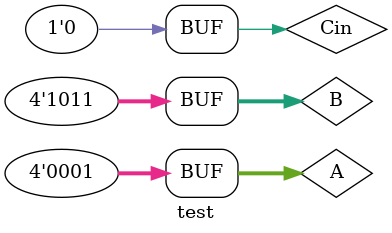
<source format=v>
`include "ripple_adder.v"
module test;
//In
reg [3:0] A;
reg [3:0] B;
reg Cin;
//Out
wire [3:0] Sum;
wire Cout;

ripple_adder uut (
  .Sum(Sum),
  .Cout(Cout),
  .A(A),
  .B(B),
  .Cin(Cin)
);
initial begin
  A = 0;
  B = 0;
  Cin = 0;

  #100;
  A=4'b0001;B=4'b0000;Cin=1'b0;
  #100 A=4'b1010;B=4'b0011;Cin=1'b0;
  #100 A=4'b1101;B=4'b1010;Cin=1'b1;
  #100 A=4'b1111;B=4'b1111;Cin=1'b1;
  #100 A=4'b1111;B=4'b1111;Cin=1'b0;
  #100 A=4'b0001;B=4'b1011;Cin=1'b0;
end 

initial begin
  $monitor("time = ", $time, " A=%b B=%b Cin= %b : Sum = %b Cout = %b", A,B,Cin,Sum,Cout);
end

endmodule

</source>
